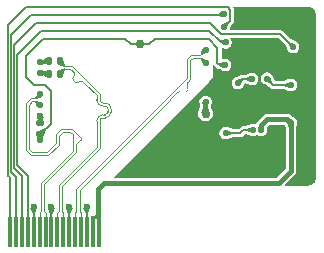
<source format=gbr>
%TF.GenerationSoftware,KiCad,Pcbnew,9.0.0*%
%TF.CreationDate,2025-07-16T00:49:38-07:00*%
%TF.ProjectId,microsd_express,6d696372-6f73-4645-9f65-787072657373,rev?*%
%TF.SameCoordinates,Original*%
%TF.FileFunction,Copper,L2,Bot*%
%TF.FilePolarity,Positive*%
%FSLAX46Y46*%
G04 Gerber Fmt 4.6, Leading zero omitted, Abs format (unit mm)*
G04 Created by KiCad (PCBNEW 9.0.0) date 2025-07-16 00:49:38*
%MOMM*%
%LPD*%
G01*
G04 APERTURE LIST*
G04 Aperture macros list*
%AMRoundRect*
0 Rectangle with rounded corners*
0 $1 Rounding radius*
0 $2 $3 $4 $5 $6 $7 $8 $9 X,Y pos of 4 corners*
0 Add a 4 corners polygon primitive as box body*
4,1,4,$2,$3,$4,$5,$6,$7,$8,$9,$2,$3,0*
0 Add four circle primitives for the rounded corners*
1,1,$1+$1,$2,$3*
1,1,$1+$1,$4,$5*
1,1,$1+$1,$6,$7*
1,1,$1+$1,$8,$9*
0 Add four rect primitives between the rounded corners*
20,1,$1+$1,$2,$3,$4,$5,0*
20,1,$1+$1,$4,$5,$6,$7,0*
20,1,$1+$1,$6,$7,$8,$9,0*
20,1,$1+$1,$8,$9,$2,$3,0*%
G04 Aperture macros list end*
%TA.AperFunction,SMDPad,CuDef*%
%ADD10R,0.350000X2.600000*%
%TD*%
%TA.AperFunction,SMDPad,CuDef*%
%ADD11RoundRect,0.140000X0.140000X0.170000X-0.140000X0.170000X-0.140000X-0.170000X0.140000X-0.170000X0*%
%TD*%
%TA.AperFunction,SMDPad,CuDef*%
%ADD12C,0.750000*%
%TD*%
%TA.AperFunction,SMDPad,CuDef*%
%ADD13RoundRect,0.140000X0.170000X-0.140000X0.170000X0.140000X-0.170000X0.140000X-0.170000X-0.140000X0*%
%TD*%
%TA.AperFunction,ViaPad*%
%ADD14C,0.550000*%
%TD*%
%TA.AperFunction,ViaPad*%
%ADD15C,0.600000*%
%TD*%
%TA.AperFunction,Conductor*%
%ADD16C,0.200000*%
%TD*%
%TA.AperFunction,Conductor*%
%ADD17C,0.400000*%
%TD*%
%TA.AperFunction,Conductor*%
%ADD18C,0.121920*%
%TD*%
%TA.AperFunction,Conductor*%
%ADD19C,0.127000*%
%TD*%
G04 APERTURE END LIST*
D10*
%TO.P,J2,1,Pin_1*%
%TO.N,+5V*%
X111500000Y-81100000D03*
%TO.P,J2,2,Pin_2*%
X111000000Y-81100000D03*
%TO.P,J2,3,Pin_3*%
%TO.N,GND*%
X110500000Y-81100000D03*
%TO.P,J2,4,Pin_4*%
%TO.N,/PCIE_CLK_P*%
X110000000Y-81100000D03*
%TO.P,J2,5,Pin_5*%
%TO.N,/PCIE_CLK_N*%
X109500000Y-81100000D03*
%TO.P,J2,6,Pin_6*%
%TO.N,GND*%
X109000000Y-81100000D03*
%TO.P,J2,7,Pin_7*%
%TO.N,/PCIE_RX_P*%
X108500000Y-81100000D03*
%TO.P,J2,8,Pin_8*%
%TO.N,/PCIE_RX_N*%
X108000000Y-81100000D03*
%TO.P,J2,9,Pin_9*%
%TO.N,GND*%
X107500000Y-81100000D03*
%TO.P,J2,10,Pin_10*%
%TO.N,/PCIE_TX_P*%
X107000000Y-81100000D03*
%TO.P,J2,11,Pin_11*%
%TO.N,/PCIE_TX_N*%
X106500000Y-81100000D03*
%TO.P,J2,12,Pin_12*%
%TO.N,GND*%
X106000000Y-81100000D03*
%TO.P,J2,13,Pin_13*%
%TO.N,/PCIE_PWR_EN*%
X105500000Y-81100000D03*
%TO.P,J2,14,Pin_14*%
%TO.N,/PCIE_DET_WAKE*%
X105000000Y-81100000D03*
%TO.P,J2,15,Pin_15*%
%TO.N,/PCIE_CLKREQ_N*%
X104500000Y-81100000D03*
%TO.P,J2,16,Pin_16*%
%TO.N,/PCIE_RST_B*%
X104000000Y-81100000D03*
%TD*%
D11*
%TO.P,C4,1*%
%TO.N,/PCIE_RX_P*%
X108225718Y-66648878D03*
%TO.P,C4,2*%
%TO.N,Net-(C4-Pad2)*%
X107265718Y-66648878D03*
%TD*%
D12*
%TO.P,TP1,1,1*%
%TO.N,+1V8*%
X115000000Y-65250000D03*
%TD*%
D11*
%TO.P,C8,1*%
%TO.N,/PCIE_RX_N*%
X108230000Y-67766472D03*
%TO.P,C8,2*%
%TO.N,Net-(C8-Pad2)*%
X107270000Y-67766472D03*
%TD*%
D12*
%TO.P,TP2,1,1*%
%TO.N,+3V3*%
X120550000Y-71110000D03*
%TD*%
D13*
%TO.P,C10,1*%
%TO.N,+1V8*%
X106550000Y-72837274D03*
%TO.P,C10,2*%
%TO.N,GND*%
X106550000Y-71877274D03*
%TD*%
D14*
%TO.N,+3V3*%
X120549293Y-70110707D03*
%TO.N,GND*%
X126495371Y-72407435D03*
X126300000Y-70287680D03*
D15*
X109000000Y-79050000D03*
D14*
X127778443Y-70922981D03*
X123637369Y-73774427D03*
X127763877Y-69630167D03*
X123633339Y-74777966D03*
X127972330Y-64455846D03*
X122323996Y-68519600D03*
X116000000Y-74000000D03*
X122333808Y-71487046D03*
D15*
X107500000Y-79050000D03*
D14*
X124700000Y-70287680D03*
X121494974Y-67944175D03*
X114500000Y-75500000D03*
X123544304Y-65839034D03*
X117500000Y-72500000D03*
X128541220Y-68069006D03*
D15*
X106550000Y-71310000D03*
D14*
X119000000Y-71000000D03*
X122254803Y-66103005D03*
D15*
X110500000Y-79050000D03*
X106000000Y-79050000D03*
D14*
X123540396Y-66851272D03*
%TO.N,+1V8*%
X122200000Y-67000000D03*
X106550000Y-73370000D03*
%TO.N,+5V*%
X127778443Y-71882981D03*
X125250000Y-72500000D03*
X125750122Y-68145335D03*
X127763877Y-68670167D03*
%TO.N,/PCIE_CLK_P*%
X120550000Y-66810000D03*
%TO.N,/PCIE_TX_N*%
X106550000Y-69490000D03*
%TO.N,/PCIE_CLK_N*%
X120550000Y-65710000D03*
%TO.N,/ENABLE_1V8*%
X123283996Y-68519600D03*
X124500000Y-68174768D03*
%TO.N,/PCIE_TX_P*%
X106550000Y-70400000D03*
%TO.N,/PCIE_DET_WAKE*%
X127972330Y-65475846D03*
%TO.N,/PCIE_RST_B*%
X122118556Y-63750000D03*
%TO.N,/PCIE_PWR_EN*%
X122250000Y-72750000D03*
X122254803Y-65083005D03*
X124574997Y-72500000D03*
%TO.N,/PCIE_CLKREQ_N*%
X122108755Y-62676787D03*
%TO.N,Net-(C4-Pad2)*%
X106550000Y-66760000D03*
%TO.N,Net-(C8-Pad2)*%
X106550000Y-67670000D03*
%TD*%
D16*
%TO.N,+3V3*%
X120550000Y-70111414D02*
X120549293Y-70110707D01*
X120550000Y-71110000D02*
X120550000Y-70111414D01*
%TO.N,GND*%
X106000000Y-80500000D02*
X106000000Y-79050000D01*
X106550000Y-71877274D02*
X106550000Y-71310000D01*
X110500000Y-80500000D02*
X110500000Y-79050000D01*
X109000000Y-80500000D02*
X109000000Y-79050000D01*
X107500000Y-80500000D02*
X107500000Y-79050000D01*
%TO.N,+1V8*%
X114250000Y-65250000D02*
X113765231Y-64765231D01*
X121556158Y-66813263D02*
X121556158Y-65514322D01*
X115750000Y-65250000D02*
X114250000Y-65250000D01*
X105353613Y-66219610D02*
X105353613Y-67996962D01*
X113765231Y-64765231D02*
X106807992Y-64765231D01*
X106066972Y-68710321D02*
X106960321Y-68710321D01*
X106960321Y-68710321D02*
X107433235Y-69183235D01*
X106520000Y-73340000D02*
X106550000Y-73370000D01*
X121556158Y-65514322D02*
X120807067Y-64765231D01*
X122200000Y-67000000D02*
X121742895Y-67000000D01*
X107433235Y-71954039D02*
X106550000Y-72837274D01*
X116234769Y-64765231D02*
X115750000Y-65250000D01*
X105353613Y-67996962D02*
X106066972Y-68710321D01*
X107433235Y-69183235D02*
X107433235Y-71954039D01*
X106807992Y-64765231D02*
X105353613Y-66219610D01*
X120807067Y-64765231D02*
X116234769Y-64765231D01*
X106550000Y-72837274D02*
X106550000Y-73370000D01*
X121742895Y-67000000D02*
X121556158Y-66813263D01*
%TO.N,+5V*%
X125750122Y-68145335D02*
X126274954Y-68670167D01*
D17*
X127484128Y-71588666D02*
X125750122Y-71588666D01*
X127778443Y-71882981D02*
X127778443Y-75997110D01*
X125250000Y-72088788D02*
X125250000Y-72500000D01*
X126783368Y-76992185D02*
X111962383Y-76992185D01*
X111472136Y-77482432D02*
X111472136Y-79500000D01*
X125750122Y-71588666D02*
X125250000Y-72088788D01*
X127778443Y-75997110D02*
X126783368Y-76992185D01*
X111962383Y-76992185D02*
X111472136Y-77482432D01*
X127778443Y-71882981D02*
X127484128Y-71588666D01*
D16*
X126274954Y-68670167D02*
X127763877Y-68670167D01*
D18*
%TO.N,/PCIE_CLK_P*%
X119271922Y-67750000D02*
X119271922Y-68193388D01*
X119033913Y-69015587D02*
X118852245Y-69197256D01*
X119271922Y-68193388D02*
X119033913Y-68431397D01*
X109887172Y-78073344D02*
X109886906Y-78073610D01*
X118268057Y-69197255D02*
X118086389Y-69378922D01*
X120164768Y-66424768D02*
X119455146Y-66424768D01*
X117577271Y-69888038D02*
X117538165Y-69927145D01*
X109887172Y-77580562D02*
X109887172Y-78073344D01*
X109886906Y-78073610D02*
X109886906Y-79378968D01*
X120550000Y-66810000D02*
X120164768Y-66424768D01*
X110000000Y-79492062D02*
X110000000Y-80500000D01*
X118086389Y-69378922D02*
X117577271Y-69888038D01*
X117538165Y-69927145D02*
X109885960Y-77579350D01*
X119455146Y-66424768D02*
X119271921Y-66607993D01*
X109886906Y-79378968D02*
X110000000Y-79492062D01*
X109885960Y-77579350D02*
X109887172Y-77580562D01*
X119271921Y-66607993D02*
X119271921Y-67749999D01*
X119271921Y-67749999D02*
X119271922Y-67750000D01*
X118852245Y-69197256D02*
G75*
G02*
X118560152Y-69197254I-146045J146056D01*
G01*
X119033912Y-68723493D02*
G75*
G02*
X119033873Y-69015546I-146012J-146007D01*
G01*
X118560151Y-69197255D02*
G75*
G03*
X118268057Y-69197255I-146047J-146046D01*
G01*
X119033913Y-68431397D02*
G75*
G03*
X119033957Y-68723448I146087J-146003D01*
G01*
%TO.N,/PCIE_TX_N*%
X105751404Y-74635960D02*
X107245526Y-74635960D01*
X105307128Y-70250594D02*
X105307128Y-74191684D01*
X108135960Y-72967708D02*
X108458872Y-72644796D01*
X106230960Y-69809040D02*
X105748682Y-69809040D01*
X109313025Y-72854731D02*
X109313025Y-74263458D01*
X106550000Y-69490000D02*
X106230960Y-69809040D01*
X105307128Y-74191684D02*
X105751404Y-74635960D01*
X109103090Y-72644796D02*
X109313025Y-72854731D01*
X106614040Y-79333416D02*
X106499999Y-79447457D01*
X106499999Y-79447457D02*
X106499999Y-79497065D01*
X106614040Y-76962443D02*
X106614040Y-79333416D01*
X106499999Y-79497065D02*
X106500000Y-79497066D01*
X108135960Y-73745526D02*
X108135960Y-72967708D01*
X106500000Y-79497066D02*
X106500000Y-80500000D01*
X108458872Y-72644796D02*
X109103090Y-72644796D01*
X109313025Y-74263458D02*
X106614040Y-76962443D01*
X107245526Y-74635960D02*
X108135960Y-73745526D01*
X105748682Y-69809040D02*
X105307128Y-70250594D01*
%TO.N,/PCIE_CLK_N*%
X119000000Y-66564656D02*
X119000000Y-66500000D01*
X119000000Y-67750000D02*
X119000001Y-67749999D01*
X119000000Y-66500000D02*
X119326959Y-66173041D01*
X119000001Y-66564657D02*
X119000000Y-66564656D01*
X119000000Y-68080754D02*
X119000000Y-67750000D01*
X119000001Y-67749999D02*
X119000001Y-66564657D01*
X109614040Y-79385960D02*
X109614040Y-77466714D01*
X109500000Y-79500000D02*
X109614040Y-79385960D01*
X120086959Y-66173041D02*
X120550000Y-65710000D01*
X119326959Y-66173041D02*
X120086959Y-66173041D01*
X109500000Y-80500000D02*
X109500000Y-79500000D01*
X109614040Y-77466714D02*
X119000000Y-68080754D01*
%TO.N,/PCIE_RX_P*%
X112556858Y-70733722D02*
X112556858Y-70933722D01*
X108385960Y-79376548D02*
X108500000Y-79490588D01*
X111599749Y-71933722D02*
X111599749Y-72790179D01*
X108500000Y-79490588D02*
X108500000Y-80500000D01*
X109213638Y-67073856D02*
X111599749Y-69459967D01*
X111599749Y-73992295D02*
X108385960Y-77206084D01*
X108650696Y-67073856D02*
X109213638Y-67073856D01*
X111599749Y-71733722D02*
X111599749Y-71933722D01*
X108225718Y-66648878D02*
X108650696Y-67073856D01*
X108500000Y-80500000D02*
X108500000Y-80384553D01*
X112020898Y-71469682D02*
X111863789Y-71469682D01*
X111863789Y-70197762D02*
X112020898Y-70197762D01*
X111599749Y-69459967D02*
X111599749Y-69933722D01*
X111599749Y-72790179D02*
X111599749Y-73992295D01*
X108385960Y-77206084D02*
X108385960Y-79376548D01*
X111863789Y-71469682D02*
G75*
G03*
X111599782Y-71733722I11J-264018D01*
G01*
X111599749Y-69933722D02*
G75*
G03*
X111863789Y-70197751I264051J22D01*
G01*
X112020898Y-70197762D02*
G75*
G02*
X112556838Y-70733722I2J-535938D01*
G01*
X112556858Y-70933722D02*
G75*
G02*
X112020898Y-71469658I-535958J22D01*
G01*
D19*
%TO.N,/ENABLE_1V8*%
X124500000Y-68174768D02*
X123628828Y-68174768D01*
X123628828Y-68174768D02*
X123283996Y-68519600D01*
D18*
%TO.N,/PCIE_TX_P*%
X106550000Y-70400000D02*
X106230960Y-70080960D01*
X107000000Y-79486566D02*
X107000000Y-80500000D01*
X107864040Y-73632890D02*
X107864040Y-72855072D01*
X109104112Y-74856926D02*
X108967158Y-74993881D01*
X106886897Y-77074142D02*
X106886897Y-79373463D01*
X109584945Y-73767449D02*
X109584945Y-74002095D01*
X109215726Y-72372876D02*
X109584945Y-72742095D01*
X105864040Y-74364040D02*
X107132890Y-74364040D01*
X105861318Y-70080960D02*
X105579048Y-70363230D01*
X109584945Y-74002095D02*
X109584945Y-74376094D01*
X105579048Y-70363230D02*
X105579048Y-74079048D01*
X107132890Y-74364040D02*
X107864040Y-73632890D01*
X109980299Y-73137449D02*
X109980299Y-73372095D01*
X108346236Y-72372876D02*
X108975131Y-72372876D01*
X106886897Y-79373463D02*
X107000000Y-79486566D01*
X108975131Y-72372876D02*
X109215726Y-72372876D01*
X106230960Y-70080960D02*
X105861318Y-70080960D01*
X107864040Y-72855072D02*
X108346236Y-72372876D01*
X105579048Y-74079048D02*
X105864040Y-74364040D01*
X109584945Y-74376094D02*
X109104112Y-74856926D01*
X108967158Y-74993881D02*
X106886897Y-77074142D01*
X109584945Y-72742095D02*
G75*
G03*
X109782622Y-72939755I197655J-5D01*
G01*
X109782622Y-72939772D02*
G75*
G02*
X109980228Y-73137449I-22J-197628D01*
G01*
X109782622Y-73569772D02*
G75*
G03*
X109584972Y-73767449I-22J-197628D01*
G01*
X109980299Y-73372095D02*
G75*
G02*
X109782622Y-73569799I-197699J-5D01*
G01*
%TO.N,/PCIE_RX_N*%
X112020898Y-71197762D02*
X111863789Y-71197762D01*
X108114040Y-77114838D02*
X108114040Y-79397075D01*
X108230000Y-67766472D02*
X108650696Y-67345776D01*
X111863789Y-70469682D02*
X112020898Y-70469682D01*
X108114040Y-79397075D02*
X108000000Y-79511115D01*
X111327829Y-71933722D02*
X111327829Y-72790179D01*
X112284938Y-70733722D02*
X112284938Y-70933722D01*
X108000000Y-79511115D02*
X108000000Y-80500000D01*
X110184472Y-68429245D02*
X110282709Y-68527483D01*
X110377613Y-68622387D02*
X111327829Y-69572603D01*
X109377613Y-68331009D02*
X109475849Y-68429245D01*
X108650696Y-67345776D02*
X109101002Y-67345776D01*
X109101002Y-67345776D02*
X109377613Y-67622387D01*
X111327829Y-71733722D02*
X111327829Y-71933722D01*
X111327829Y-69572603D02*
X111327829Y-69933722D01*
X111327829Y-73901049D02*
X108114040Y-77114838D01*
X110282709Y-68527483D02*
X110377613Y-68622387D01*
X111327829Y-72790179D02*
X111327829Y-73901049D01*
X112284938Y-70933722D02*
G75*
G02*
X112020898Y-71197738I-264038J22D01*
G01*
X109377613Y-67976698D02*
G75*
G03*
X109377566Y-68331055I177187J-177202D01*
G01*
X111863789Y-71197762D02*
G75*
G03*
X111327862Y-71733722I11J-535938D01*
G01*
X109475849Y-68429245D02*
G75*
G03*
X109830161Y-68429245I177156J177157D01*
G01*
X111327829Y-69933722D02*
G75*
G03*
X111863789Y-70469671I535971J22D01*
G01*
X112020898Y-70469682D02*
G75*
G02*
X112284918Y-70733722I2J-264018D01*
G01*
X109830161Y-68429245D02*
G75*
G02*
X110184472Y-68429244I177156J-177156D01*
G01*
X109377613Y-67622387D02*
G75*
G02*
X109377571Y-67976655I-177113J-177113D01*
G01*
D19*
%TO.N,/PCIE_DET_WAKE*%
X120931398Y-63456187D02*
X106166041Y-63456187D01*
X121828497Y-64353286D02*
X120931398Y-63456187D01*
X106166041Y-63456187D02*
X104320500Y-65301728D01*
X104320500Y-65301728D02*
X104320500Y-75748060D01*
X105000000Y-76427559D02*
X105000000Y-80500000D01*
X127972330Y-65475846D02*
X126849770Y-64353286D01*
X126849770Y-64353286D02*
X121828497Y-64353286D01*
X104320500Y-75748060D02*
X105000000Y-76427559D01*
%TO.N,/PCIE_RST_B*%
X103864500Y-76364500D02*
X104000000Y-76500000D01*
X103864500Y-63635500D02*
X103864500Y-76364500D01*
X122118556Y-63750000D02*
X122632879Y-63235677D01*
X122439059Y-62114500D02*
X105385500Y-62114500D01*
X104000000Y-76500000D02*
X104000000Y-80500000D01*
X122632879Y-62308320D02*
X122439059Y-62114500D01*
X122632879Y-63235677D02*
X122632879Y-62308320D01*
X105385500Y-62114500D02*
X103864500Y-63635500D01*
D16*
%TO.N,/PCIE_PWR_EN*%
X123500000Y-72750000D02*
X123750000Y-72500000D01*
D19*
X104548500Y-66138486D02*
X104548500Y-75421002D01*
X121857505Y-65083005D02*
X120872693Y-64098193D01*
D16*
X122250000Y-72750000D02*
X123500000Y-72750000D01*
D19*
X106588793Y-64098193D02*
X104548500Y-66138486D01*
D16*
X123750000Y-72500000D02*
X124574997Y-72500000D01*
D19*
X120872693Y-64098193D02*
X106588793Y-64098193D01*
X122254803Y-65083005D02*
X121857505Y-65083005D01*
X104548500Y-75421002D02*
X105500000Y-76372502D01*
X105500000Y-76372502D02*
X105500000Y-80500000D01*
%TO.N,/PCIE_CLKREQ_N*%
X104500000Y-76460319D02*
X104092500Y-76052819D01*
X104092500Y-64461238D02*
X105788852Y-62764886D01*
X105788852Y-62764886D02*
X122020656Y-62764886D01*
X104092500Y-76052819D02*
X104092500Y-64461238D01*
X104500000Y-80500000D02*
X104500000Y-76460319D01*
X122020656Y-62764886D02*
X122108755Y-62676787D01*
D16*
%TO.N,Net-(C4-Pad2)*%
X106661122Y-66648878D02*
X106550000Y-66760000D01*
D19*
X106550000Y-66760000D02*
X107154596Y-66760000D01*
X107154596Y-66760000D02*
X107265718Y-66648878D01*
X106661122Y-66871122D02*
X106661122Y-66648878D01*
%TO.N,Net-(C8-Pad2)*%
X107173528Y-67670000D02*
X107270000Y-67766472D01*
X106550000Y-67670000D02*
X107173528Y-67670000D01*
%TD*%
%TA.AperFunction,Conductor*%
%TO.N,GND*%
G36*
X129202396Y-62050736D02*
G01*
X129331672Y-62063468D01*
X129341075Y-62065339D01*
X129463072Y-62102346D01*
X129471939Y-62106018D01*
X129523235Y-62133437D01*
X129584364Y-62166112D01*
X129592350Y-62171449D01*
X129690889Y-62252318D01*
X129697681Y-62259110D01*
X129778550Y-62357649D01*
X129783887Y-62365635D01*
X129843979Y-62478057D01*
X129847655Y-62486932D01*
X129884658Y-62608915D01*
X129886532Y-62618336D01*
X129899264Y-62747603D01*
X129899500Y-62752406D01*
X129899500Y-76497593D01*
X129899264Y-76502396D01*
X129886532Y-76631663D01*
X129884658Y-76641084D01*
X129847655Y-76763067D01*
X129843979Y-76771942D01*
X129783887Y-76884364D01*
X129778550Y-76892350D01*
X129697681Y-76990889D01*
X129690889Y-76997681D01*
X129592350Y-77078550D01*
X129584364Y-77083887D01*
X129471942Y-77143979D01*
X129463067Y-77147655D01*
X129341084Y-77184658D01*
X129331663Y-77186532D01*
X129202396Y-77199264D01*
X129197593Y-77199500D01*
X127331452Y-77199500D01*
X127296804Y-77185148D01*
X127282452Y-77150500D01*
X127296804Y-77115852D01*
X127649589Y-76763067D01*
X128138933Y-76273723D01*
X128198242Y-76170996D01*
X128213632Y-76113559D01*
X128228943Y-76056419D01*
X128228943Y-72472988D01*
X128231704Y-72456771D01*
X128232833Y-72453555D01*
X128299571Y-71983465D01*
X128299345Y-71977911D01*
X128300975Y-71963239D01*
X128303943Y-71952164D01*
X128303943Y-71813795D01*
X128303942Y-71813794D01*
X128282963Y-71735500D01*
X128268131Y-71680145D01*
X128268130Y-71680144D01*
X128268130Y-71680142D01*
X128198947Y-71560315D01*
X128101108Y-71462476D01*
X128044370Y-71429718D01*
X128042132Y-71428426D01*
X128025901Y-71416623D01*
X128004896Y-71406928D01*
X127981279Y-71393293D01*
X127981275Y-71393291D01*
X127971198Y-71390591D01*
X127963347Y-71387751D01*
X127891365Y-71354528D01*
X127877251Y-71344686D01*
X127760742Y-71228177D01*
X127658016Y-71168867D01*
X127658014Y-71168866D01*
X127633801Y-71162379D01*
X127603679Y-71154308D01*
X127543439Y-71138166D01*
X127543437Y-71138166D01*
X125690813Y-71138166D01*
X125690810Y-71138166D01*
X125576237Y-71168866D01*
X125576234Y-71168867D01*
X125544730Y-71187057D01*
X125473507Y-71228177D01*
X125473507Y-71228178D01*
X124889512Y-71812173D01*
X124889511Y-71812173D01*
X124830201Y-71914899D01*
X124830201Y-71914902D01*
X124815521Y-71969683D01*
X124792690Y-71999436D01*
X124755509Y-72004330D01*
X124755508Y-72004329D01*
X124755508Y-72004330D01*
X124755507Y-72004329D01*
X124644183Y-71974500D01*
X124644180Y-71974500D01*
X124505814Y-71974500D01*
X124505811Y-71974500D01*
X124450582Y-71989298D01*
X124447599Y-71990096D01*
X124425254Y-71993165D01*
X124387664Y-72006155D01*
X124385982Y-72006606D01*
X124385962Y-72006613D01*
X124372162Y-72010311D01*
X124372161Y-72010311D01*
X124371030Y-72010965D01*
X124362542Y-72014838D01*
X123980682Y-72146812D01*
X123964676Y-72149500D01*
X123703853Y-72149500D01*
X123614713Y-72173385D01*
X123614710Y-72173386D01*
X123534794Y-72219527D01*
X123534783Y-72219534D01*
X123369170Y-72385148D01*
X123334522Y-72399500D01*
X122860319Y-72399500D01*
X122844313Y-72396812D01*
X122462457Y-72264838D01*
X122462457Y-72264839D01*
X122458024Y-72263307D01*
X122452836Y-72260312D01*
X122437353Y-72256163D01*
X122416129Y-72248828D01*
X122399747Y-72243166D01*
X122397767Y-72242554D01*
X122383477Y-72238143D01*
X122383218Y-72238072D01*
X122381971Y-72237732D01*
X122365515Y-72233827D01*
X122365509Y-72233826D01*
X122360197Y-72233808D01*
X122347689Y-72232138D01*
X122319185Y-72224500D01*
X122319183Y-72224500D01*
X122180817Y-72224500D01*
X122180814Y-72224500D01*
X122047165Y-72260311D01*
X122047161Y-72260312D01*
X121927334Y-72329495D01*
X121927334Y-72329496D01*
X121829496Y-72427334D01*
X121829495Y-72427334D01*
X121760312Y-72547161D01*
X121760311Y-72547165D01*
X121724500Y-72680813D01*
X121724500Y-72819186D01*
X121760311Y-72952834D01*
X121760312Y-72952838D01*
X121827561Y-73069316D01*
X121829495Y-73072665D01*
X121927335Y-73170505D01*
X121971194Y-73195827D01*
X122047161Y-73239687D01*
X122047163Y-73239687D01*
X122047164Y-73239688D01*
X122125575Y-73260698D01*
X122180813Y-73275499D01*
X122180814Y-73275500D01*
X122180817Y-73275500D01*
X122319185Y-73275500D01*
X122359768Y-73264624D01*
X122374422Y-73260698D01*
X122377397Y-73259900D01*
X122399743Y-73256834D01*
X122437335Y-73243840D01*
X122439022Y-73243389D01*
X122439025Y-73243388D01*
X122452829Y-73239690D01*
X122452829Y-73239689D01*
X122452836Y-73239688D01*
X122453969Y-73239033D01*
X122462448Y-73235162D01*
X122844310Y-73103187D01*
X122860316Y-73100500D01*
X123546146Y-73100500D01*
X123600698Y-73085882D01*
X123635288Y-73076614D01*
X123647927Y-73069317D01*
X123715212Y-73030470D01*
X123880829Y-72864851D01*
X123915477Y-72850500D01*
X123964680Y-72850500D01*
X123980685Y-72853187D01*
X124362544Y-72985160D01*
X124371025Y-72989032D01*
X124372161Y-72989688D01*
X124385984Y-72993391D01*
X124389276Y-72994399D01*
X124425253Y-73006834D01*
X124441458Y-73011839D01*
X124442957Y-73012248D01*
X124442969Y-73012251D01*
X124442977Y-73012253D01*
X124448328Y-73013523D01*
X124459486Y-73016172D01*
X124464791Y-73016190D01*
X124477303Y-73017859D01*
X124505814Y-73025500D01*
X124505815Y-73025500D01*
X124644183Y-73025500D01*
X124644183Y-73025499D01*
X124777833Y-72989688D01*
X124887999Y-72926083D01*
X124925180Y-72921189D01*
X124936998Y-72926084D01*
X125047161Y-72989687D01*
X125047163Y-72989687D01*
X125047164Y-72989688D01*
X125146004Y-73016172D01*
X125180813Y-73025499D01*
X125180814Y-73025500D01*
X125180817Y-73025500D01*
X125319186Y-73025500D01*
X125319186Y-73025499D01*
X125452836Y-72989688D01*
X125572665Y-72920505D01*
X125670505Y-72822665D01*
X125739688Y-72702836D01*
X125775499Y-72569186D01*
X125775500Y-72569186D01*
X125775500Y-72430815D01*
X125774006Y-72425241D01*
X125772711Y-72410404D01*
X125772573Y-72410406D01*
X125772553Y-72408598D01*
X125772524Y-72408256D01*
X125772547Y-72407995D01*
X125754956Y-72246832D01*
X125765464Y-72210834D01*
X125769009Y-72206880D01*
X125922373Y-72053518D01*
X125957021Y-72039166D01*
X127203711Y-72039166D01*
X127206569Y-72040350D01*
X127209549Y-72039515D01*
X127223536Y-72047378D01*
X127238359Y-72053518D01*
X127242241Y-72057893D01*
X127265400Y-72087368D01*
X127275383Y-72110753D01*
X127324051Y-72453549D01*
X127324051Y-72453550D01*
X127324053Y-72453555D01*
X127325723Y-72458914D01*
X127327943Y-72473494D01*
X127327943Y-75790211D01*
X127313591Y-75824859D01*
X126611117Y-76527333D01*
X126576469Y-76541685D01*
X112826611Y-76541685D01*
X112791963Y-76527333D01*
X112777611Y-76492685D01*
X112791963Y-76458037D01*
X118201606Y-71048394D01*
X119924500Y-71048394D01*
X119924500Y-71171606D01*
X119935753Y-71228178D01*
X119948536Y-71292449D01*
X119948539Y-71292459D01*
X119995686Y-71406280D01*
X119995687Y-71406282D01*
X119995689Y-71406286D01*
X120064142Y-71508733D01*
X120151267Y-71595858D01*
X120253714Y-71664311D01*
X120253719Y-71664313D01*
X120367540Y-71711460D01*
X120367542Y-71711460D01*
X120367548Y-71711463D01*
X120488394Y-71735500D01*
X120488397Y-71735500D01*
X120611603Y-71735500D01*
X120611606Y-71735500D01*
X120732452Y-71711463D01*
X120846286Y-71664311D01*
X120948733Y-71595858D01*
X121035858Y-71508733D01*
X121104311Y-71406286D01*
X121151463Y-71292452D01*
X121175500Y-71171606D01*
X121175500Y-71048394D01*
X121151463Y-70927548D01*
X121104311Y-70813714D01*
X121104308Y-70813710D01*
X121103306Y-70811834D01*
X121101024Y-70806932D01*
X120982582Y-70510760D01*
X120981746Y-70476620D01*
X121036235Y-70318297D01*
X121038981Y-70313543D01*
X121042878Y-70298997D01*
X121056256Y-70260128D01*
X121061203Y-70244052D01*
X121061607Y-70242567D01*
X121065482Y-70226220D01*
X121065500Y-70220845D01*
X121067169Y-70208341D01*
X121074793Y-70179890D01*
X121074793Y-70041524D01*
X121074793Y-70041521D01*
X121074792Y-70041520D01*
X121038981Y-69907872D01*
X121038980Y-69907868D01*
X120969797Y-69788041D01*
X120871958Y-69690202D01*
X120752131Y-69621019D01*
X120752127Y-69621018D01*
X120618479Y-69585207D01*
X120618476Y-69585207D01*
X120480110Y-69585207D01*
X120480107Y-69585207D01*
X120346458Y-69621018D01*
X120346454Y-69621019D01*
X120226627Y-69690202D01*
X120226627Y-69690203D01*
X120128789Y-69788041D01*
X120128788Y-69788041D01*
X120059605Y-69907868D01*
X120059604Y-69907872D01*
X120023793Y-70041520D01*
X120023793Y-70179893D01*
X120038717Y-70235591D01*
X120039506Y-70238534D01*
X120042588Y-70260770D01*
X120055205Y-70297128D01*
X120055665Y-70298844D01*
X120055666Y-70298846D01*
X120059605Y-70313543D01*
X120060530Y-70315146D01*
X120064384Y-70323576D01*
X120117806Y-70477510D01*
X120117011Y-70511770D01*
X119998970Y-70806940D01*
X119996696Y-70811827D01*
X119995691Y-70813707D01*
X119948536Y-70927549D01*
X119948535Y-70927553D01*
X119946355Y-70938513D01*
X119944581Y-70945039D01*
X119942512Y-70950991D01*
X119942508Y-70951003D01*
X119941913Y-70953005D01*
X119941908Y-70953024D01*
X119936355Y-70975326D01*
X119936331Y-70984213D01*
X119935437Y-70993167D01*
X119935460Y-70993279D01*
X119935398Y-70993603D01*
X119924500Y-71048394D01*
X118201606Y-71048394D01*
X120799587Y-68450413D01*
X122758496Y-68450413D01*
X122758496Y-68588786D01*
X122794307Y-68722434D01*
X122794308Y-68722438D01*
X122847933Y-68815318D01*
X122863491Y-68842265D01*
X122961331Y-68940105D01*
X122979568Y-68950634D01*
X123081157Y-69009287D01*
X123081159Y-69009287D01*
X123081160Y-69009288D01*
X123186567Y-69037531D01*
X123214809Y-69045099D01*
X123214810Y-69045100D01*
X123214813Y-69045100D01*
X123353182Y-69045100D01*
X123353182Y-69045099D01*
X123486832Y-69009288D01*
X123606661Y-68940105D01*
X123704501Y-68842265D01*
X123773684Y-68722436D01*
X123786134Y-68675968D01*
X123792265Y-68662131D01*
X123794964Y-68657941D01*
X123847596Y-68524541D01*
X123873663Y-68497579D01*
X123911161Y-68496945D01*
X123912144Y-68497346D01*
X124129136Y-68588783D01*
X124239123Y-68635130D01*
X124239130Y-68635132D01*
X124245631Y-68636797D01*
X124257976Y-68641830D01*
X124297164Y-68664456D01*
X124340169Y-68675979D01*
X124430813Y-68700267D01*
X124430814Y-68700268D01*
X124430817Y-68700268D01*
X124569186Y-68700268D01*
X124569186Y-68700267D01*
X124702836Y-68664456D01*
X124822665Y-68595273D01*
X124920505Y-68497433D01*
X124989688Y-68377604D01*
X125025499Y-68243954D01*
X125025500Y-68243954D01*
X125025500Y-68105582D01*
X125025499Y-68105581D01*
X125020152Y-68085622D01*
X125017613Y-68076148D01*
X125224622Y-68076148D01*
X125224622Y-68214521D01*
X125260433Y-68348169D01*
X125260434Y-68348173D01*
X125297607Y-68412557D01*
X125329617Y-68468000D01*
X125427457Y-68565840D01*
X125479655Y-68595976D01*
X125497619Y-68609604D01*
X125533389Y-68626999D01*
X125541737Y-68631819D01*
X125547283Y-68635022D01*
X125547285Y-68635022D01*
X125547286Y-68635023D01*
X125548547Y-68635360D01*
X125557293Y-68638625D01*
X125920623Y-68815318D01*
X125933840Y-68824735D01*
X126059742Y-68950637D01*
X126129040Y-68990646D01*
X126129041Y-68990647D01*
X126139663Y-68996780D01*
X126139669Y-68996782D01*
X126228806Y-69020666D01*
X126228807Y-69020667D01*
X126228810Y-69020667D01*
X126228811Y-69020667D01*
X126321098Y-69020667D01*
X127153560Y-69020667D01*
X127169565Y-69023354D01*
X127555849Y-69156857D01*
X127561041Y-69159855D01*
X127576531Y-69164005D01*
X127614133Y-69177001D01*
X127630338Y-69182006D01*
X127631837Y-69182415D01*
X127631849Y-69182418D01*
X127631857Y-69182420D01*
X127637208Y-69183690D01*
X127648366Y-69186339D01*
X127653671Y-69186357D01*
X127666183Y-69188026D01*
X127694694Y-69195667D01*
X127694695Y-69195667D01*
X127833063Y-69195667D01*
X127833063Y-69195666D01*
X127966713Y-69159855D01*
X128086542Y-69090672D01*
X128184382Y-68992832D01*
X128253565Y-68873003D01*
X128289376Y-68739353D01*
X128289377Y-68739353D01*
X128289377Y-68600981D01*
X128289376Y-68600980D01*
X128279959Y-68565837D01*
X128253565Y-68467331D01*
X128253564Y-68467330D01*
X128253564Y-68467328D01*
X128184381Y-68347501D01*
X128086542Y-68249662D01*
X127966715Y-68180479D01*
X127966711Y-68180478D01*
X127833063Y-68144667D01*
X127833060Y-68144667D01*
X127694694Y-68144667D01*
X127694691Y-68144667D01*
X127639462Y-68159465D01*
X127636479Y-68160263D01*
X127614134Y-68163332D01*
X127576544Y-68176322D01*
X127574862Y-68176773D01*
X127574842Y-68176780D01*
X127561042Y-68180478D01*
X127561041Y-68180478D01*
X127559910Y-68181132D01*
X127551422Y-68185005D01*
X127266672Y-68283416D01*
X127170193Y-68316761D01*
X127169562Y-68316979D01*
X127153556Y-68319667D01*
X126452626Y-68319667D01*
X126417978Y-68305315D01*
X126408561Y-68292097D01*
X126385147Y-68243951D01*
X126241362Y-67948291D01*
X126239810Y-67942499D01*
X126231786Y-67928602D01*
X126214391Y-67892832D01*
X126206406Y-67877721D01*
X126206397Y-67877706D01*
X126206389Y-67877690D01*
X126205642Y-67876383D01*
X126201617Y-67869857D01*
X126196800Y-67862042D01*
X126193057Y-67858272D01*
X126185393Y-67848247D01*
X126170631Y-67822676D01*
X126170628Y-67822673D01*
X126170627Y-67822670D01*
X126072787Y-67724830D01*
X126043855Y-67708126D01*
X125952960Y-67655647D01*
X125952956Y-67655646D01*
X125819308Y-67619835D01*
X125819305Y-67619835D01*
X125680939Y-67619835D01*
X125680936Y-67619835D01*
X125547287Y-67655646D01*
X125547283Y-67655647D01*
X125427456Y-67724830D01*
X125427456Y-67724831D01*
X125329618Y-67822669D01*
X125329617Y-67822669D01*
X125260434Y-67942496D01*
X125260433Y-67942500D01*
X125224622Y-68076148D01*
X125017613Y-68076148D01*
X124989688Y-67971933D01*
X124989687Y-67971929D01*
X124935295Y-67877721D01*
X124920505Y-67852103D01*
X124822665Y-67754263D01*
X124702838Y-67685080D01*
X124702834Y-67685079D01*
X124569186Y-67649268D01*
X124569183Y-67649268D01*
X124430817Y-67649268D01*
X124430814Y-67649268D01*
X124297168Y-67685078D01*
X124297160Y-67685081D01*
X124257243Y-67708126D01*
X124242608Y-67713687D01*
X124239135Y-67714400D01*
X124239126Y-67714403D01*
X123900908Y-67856923D01*
X123881881Y-67860768D01*
X123587487Y-67860768D01*
X123533654Y-67875193D01*
X123533651Y-67875194D01*
X123529252Y-67876373D01*
X123507628Y-67882167D01*
X123451272Y-67914702D01*
X123449580Y-67915514D01*
X123448764Y-67915558D01*
X123442656Y-67918210D01*
X123166060Y-68002377D01*
X123150194Y-68010358D01*
X123140859Y-68013914D01*
X123081161Y-68029911D01*
X123081157Y-68029912D01*
X122961330Y-68099095D01*
X122961330Y-68099096D01*
X122863492Y-68196934D01*
X122863491Y-68196934D01*
X122794308Y-68316761D01*
X122794307Y-68316765D01*
X122758496Y-68450413D01*
X120799587Y-68450413D01*
X120837443Y-68412557D01*
X120957903Y-68292097D01*
X121150000Y-68100000D01*
X121150000Y-66993646D01*
X121164352Y-66958998D01*
X121199000Y-66944646D01*
X121233648Y-66958998D01*
X121241432Y-66969143D01*
X121275688Y-67028475D01*
X121527683Y-67280470D01*
X121596981Y-67320479D01*
X121596982Y-67320480D01*
X121607604Y-67326613D01*
X121607610Y-67326615D01*
X121696747Y-67350499D01*
X121696748Y-67350500D01*
X121696751Y-67350500D01*
X121709320Y-67350500D01*
X121731346Y-67355729D01*
X121923161Y-67452252D01*
X121937801Y-67456804D01*
X121947748Y-67461158D01*
X121997164Y-67489688D01*
X121997168Y-67489689D01*
X122130813Y-67525499D01*
X122130814Y-67525500D01*
X122130817Y-67525500D01*
X122269186Y-67525500D01*
X122269186Y-67525499D01*
X122402836Y-67489688D01*
X122402840Y-67489686D01*
X122418891Y-67480418D01*
X122522665Y-67420505D01*
X122620505Y-67322665D01*
X122689688Y-67202836D01*
X122725499Y-67069186D01*
X122725500Y-67069186D01*
X122725500Y-66930814D01*
X122725499Y-66930813D01*
X122689688Y-66797165D01*
X122689687Y-66797161D01*
X122620504Y-66677334D01*
X122522665Y-66579495D01*
X122402838Y-66510312D01*
X122402834Y-66510311D01*
X122269186Y-66474500D01*
X122269183Y-66474500D01*
X122130817Y-66474500D01*
X122130816Y-66474500D01*
X122075014Y-66489451D01*
X122075013Y-66489450D01*
X122072068Y-66490238D01*
X122049873Y-66493319D01*
X122013682Y-66505885D01*
X122011964Y-66506346D01*
X121997164Y-66510312D01*
X121997160Y-66510313D01*
X121995502Y-66511271D01*
X121987075Y-66515124D01*
X121971730Y-66520452D01*
X121934291Y-66518259D01*
X121909369Y-66490235D01*
X121906658Y-66474163D01*
X121906658Y-65573669D01*
X121921010Y-65539021D01*
X121955658Y-65524669D01*
X121980158Y-65531234D01*
X122051964Y-65572692D01*
X122051966Y-65572692D01*
X122051967Y-65572693D01*
X122055610Y-65573669D01*
X122185616Y-65608504D01*
X122185617Y-65608505D01*
X122185620Y-65608505D01*
X122323989Y-65608505D01*
X122323989Y-65608504D01*
X122457639Y-65572693D01*
X122577468Y-65503510D01*
X122675308Y-65405670D01*
X122744491Y-65285841D01*
X122780302Y-65152191D01*
X122780303Y-65152191D01*
X122780303Y-65013819D01*
X122780302Y-65013818D01*
X122744491Y-64880170D01*
X122744490Y-64880166D01*
X122675307Y-64760339D01*
X122665902Y-64750934D01*
X122651550Y-64716286D01*
X122665902Y-64681638D01*
X122700550Y-64667286D01*
X126699411Y-64667286D01*
X126734059Y-64681638D01*
X127313222Y-65260801D01*
X127323958Y-65276974D01*
X127462336Y-65616902D01*
X127462344Y-65616918D01*
X127465763Y-65622693D01*
X127470929Y-65634973D01*
X127482641Y-65678680D01*
X127482642Y-65678684D01*
X127551825Y-65798511D01*
X127649665Y-65896351D01*
X127693524Y-65921673D01*
X127769491Y-65965533D01*
X127769493Y-65965533D01*
X127769494Y-65965534D01*
X127874901Y-65993777D01*
X127903143Y-66001345D01*
X127903144Y-66001346D01*
X127903147Y-66001346D01*
X128041516Y-66001346D01*
X128041516Y-66001345D01*
X128175166Y-65965534D01*
X128294995Y-65896351D01*
X128392835Y-65798511D01*
X128462018Y-65678682D01*
X128497829Y-65545032D01*
X128497830Y-65545032D01*
X128497830Y-65406660D01*
X128497829Y-65406659D01*
X128490261Y-65378417D01*
X128462018Y-65273010D01*
X128462017Y-65273009D01*
X128462017Y-65273007D01*
X128392834Y-65153180D01*
X128294995Y-65055341D01*
X128175168Y-64986158D01*
X128175164Y-64986157D01*
X128130640Y-64974227D01*
X128116351Y-64967806D01*
X128113391Y-64965854D01*
X127773457Y-64827473D01*
X127757284Y-64816737D01*
X127042570Y-64102023D01*
X126970971Y-64060685D01*
X126965538Y-64059229D01*
X126950693Y-64055252D01*
X126891111Y-64039286D01*
X126891109Y-64039286D01*
X122643203Y-64039286D01*
X122608555Y-64024934D01*
X122594203Y-63990286D01*
X122596964Y-63974070D01*
X122598479Y-63969748D01*
X122608244Y-63952836D01*
X122620656Y-63906512D01*
X122621265Y-63904776D01*
X122622262Y-63903660D01*
X122626595Y-63894019D01*
X122628547Y-63891061D01*
X122766927Y-63551126D01*
X122777657Y-63534960D01*
X122884142Y-63428477D01*
X122925480Y-63356876D01*
X122946879Y-63277016D01*
X122946879Y-63194338D01*
X122946879Y-62266981D01*
X122946879Y-62266979D01*
X122925480Y-62187122D01*
X122925479Y-62187118D01*
X122914664Y-62168387D01*
X122914663Y-62168386D01*
X122913350Y-62166112D01*
X122889036Y-62123998D01*
X122884143Y-62086817D01*
X122906974Y-62057064D01*
X122906979Y-62057063D01*
X122931473Y-62050500D01*
X129152405Y-62050500D01*
X129197593Y-62050500D01*
X129202396Y-62050736D01*
G37*
%TD.AperFunction*%
%TD*%
%TA.AperFunction,Conductor*%
%TO.N,+5V*%
G36*
X111660648Y-79021270D02*
G01*
X111675000Y-79055918D01*
X111675000Y-79951000D01*
X111660648Y-79985648D01*
X111626000Y-80000000D01*
X110924500Y-80000000D01*
X110889852Y-79985648D01*
X110875500Y-79951000D01*
X110875500Y-79854000D01*
X110889852Y-79819352D01*
X110924500Y-79805000D01*
X110972638Y-79805000D01*
X111011643Y-79797240D01*
X111070407Y-79785552D01*
X111070411Y-79785550D01*
X111070414Y-79785550D01*
X111105062Y-79771198D01*
X111187948Y-79715815D01*
X111243334Y-79632926D01*
X111257025Y-79599872D01*
X111257483Y-79598869D01*
X111257679Y-79598293D01*
X111257686Y-79598278D01*
X111257687Y-79598276D01*
X111277136Y-79500500D01*
X111277136Y-79055918D01*
X111291488Y-79021270D01*
X111326136Y-79006918D01*
X111626000Y-79006918D01*
X111660648Y-79021270D01*
G37*
%TD.AperFunction*%
%TD*%
%TA.AperFunction,Conductor*%
%TO.N,+3V3*%
G36*
X120650351Y-70370633D02*
G01*
X120652942Y-70374562D01*
X120912580Y-71023803D01*
X120912470Y-71032757D01*
X120906060Y-71039011D01*
X120904029Y-71039616D01*
X120552313Y-71110533D01*
X120547687Y-71110533D01*
X120195970Y-71039616D01*
X120188538Y-71034622D01*
X120186814Y-71025834D01*
X120187415Y-71023813D01*
X120447058Y-70374561D01*
X120453312Y-70368152D01*
X120457922Y-70367206D01*
X120642078Y-70367206D01*
X120650351Y-70370633D01*
G37*
%TD.AperFunction*%
%TD*%
%TA.AperFunction,Conductor*%
%TO.N,+3V3*%
G36*
X120805925Y-70161706D02*
G01*
X120813352Y-70166707D01*
X120815068Y-70175495D01*
X120814664Y-70176980D01*
X120652716Y-70647531D01*
X120646783Y-70654238D01*
X120641653Y-70655423D01*
X120458324Y-70655423D01*
X120450051Y-70651996D01*
X120447271Y-70647559D01*
X120283965Y-70177001D01*
X120284490Y-70168062D01*
X120291182Y-70162112D01*
X120292680Y-70161701D01*
X120546973Y-70110177D01*
X120551613Y-70110177D01*
X120805925Y-70161706D01*
G37*
%TD.AperFunction*%
%TD*%
%TA.AperFunction,Conductor*%
%TO.N,GND*%
G36*
X106294236Y-79108527D02*
G01*
X106100000Y-79644236D01*
X105900000Y-79644236D01*
X105705764Y-79108527D01*
X106000000Y-79049000D01*
X106294236Y-79108527D01*
G37*
%TD.AperFunction*%
%TD*%
%TA.AperFunction,Conductor*%
%TO.N,GND*%
G36*
X106844236Y-71368527D02*
G01*
X106650000Y-71877274D01*
X106450000Y-71877274D01*
X106255764Y-71368527D01*
X106550000Y-71309000D01*
X106844236Y-71368527D01*
G37*
%TD.AperFunction*%
%TD*%
%TA.AperFunction,Conductor*%
%TO.N,GND*%
G36*
X110794236Y-79108527D02*
G01*
X110600000Y-79644236D01*
X110400000Y-79644236D01*
X110205764Y-79108527D01*
X110500000Y-79049000D01*
X110794236Y-79108527D01*
G37*
%TD.AperFunction*%
%TD*%
%TA.AperFunction,Conductor*%
%TO.N,GND*%
G36*
X109294236Y-79108527D02*
G01*
X109100000Y-79644236D01*
X108900000Y-79644236D01*
X108705764Y-79108527D01*
X109000000Y-79049000D01*
X109294236Y-79108527D01*
G37*
%TD.AperFunction*%
%TD*%
%TA.AperFunction,Conductor*%
%TO.N,GND*%
G36*
X107794236Y-79108527D02*
G01*
X107600000Y-79644236D01*
X107400000Y-79644236D01*
X107205764Y-79108527D01*
X107500000Y-79049000D01*
X107794236Y-79108527D01*
G37*
%TD.AperFunction*%
%TD*%
%TA.AperFunction,Conductor*%
%TO.N,+1V8*%
G36*
X115006128Y-65163384D02*
G01*
X115007206Y-65168289D01*
X115007206Y-65337432D01*
X115003779Y-65345705D01*
X114995506Y-65349132D01*
X114994671Y-65349102D01*
X114677527Y-65326402D01*
X114669519Y-65322393D01*
X114666692Y-65313897D01*
X114670701Y-65305889D01*
X114673451Y-65304113D01*
X114990602Y-65157666D01*
X114999549Y-65157310D01*
X115006128Y-65163384D01*
G37*
%TD.AperFunction*%
%TD*%
%TA.AperFunction,Conductor*%
%TO.N,+1V8*%
G36*
X122142623Y-66735206D02*
G01*
X122148574Y-66741897D01*
X122148992Y-66743429D01*
X122199744Y-66995918D01*
X122198014Y-67004705D01*
X122197978Y-67004759D01*
X122052974Y-67220104D01*
X122045511Y-67225052D01*
X122038010Y-67224020D01*
X121624695Y-67016036D01*
X121618845Y-67009256D01*
X121619503Y-67000326D01*
X121621678Y-66997315D01*
X121749757Y-66869236D01*
X121754187Y-66866459D01*
X122133684Y-66734682D01*
X122142623Y-66735206D01*
G37*
%TD.AperFunction*%
%TD*%
%TA.AperFunction,Conductor*%
%TO.N,+1V8*%
G36*
X106934177Y-72323450D02*
G01*
X107063991Y-72453264D01*
X107067418Y-72461537D01*
X107066381Y-72466353D01*
X106864116Y-72914140D01*
X106857587Y-72920269D01*
X106850356Y-72920607D01*
X106554835Y-72839502D01*
X106547764Y-72834008D01*
X106547109Y-72832663D01*
X106438198Y-72567446D01*
X106438225Y-72558492D01*
X106443913Y-72552476D01*
X106920799Y-72321195D01*
X106929738Y-72320669D01*
X106934177Y-72323450D01*
G37*
%TD.AperFunction*%
%TD*%
%TA.AperFunction,Conductor*%
%TO.N,+1V8*%
G36*
X106557753Y-72844239D02*
G01*
X106809403Y-73067750D01*
X106813313Y-73075806D01*
X106810381Y-73084268D01*
X106809630Y-73085038D01*
X106601426Y-73280002D01*
X106471202Y-73410226D01*
X106462929Y-73413653D01*
X106454656Y-73410226D01*
X106452590Y-73407431D01*
X106276886Y-73075806D01*
X106267040Y-73057224D01*
X106266196Y-73048310D01*
X106270485Y-73042295D01*
X106543093Y-72843532D01*
X106551794Y-72841428D01*
X106557753Y-72844239D01*
G37*
%TD.AperFunction*%
%TD*%
%TA.AperFunction,Conductor*%
%TO.N,+1V8*%
G36*
X106500657Y-72770975D02*
G01*
X106627742Y-72898060D01*
X106630056Y-72901352D01*
X106774369Y-73208110D01*
X106774790Y-73217055D01*
X106770289Y-73222815D01*
X106553341Y-73367997D01*
X106544560Y-73369750D01*
X106544517Y-73369741D01*
X106293703Y-73319061D01*
X106286272Y-73314064D01*
X106284552Y-73305276D01*
X106285051Y-73303522D01*
X106481418Y-72775170D01*
X106487511Y-72768611D01*
X106496460Y-72768281D01*
X106500657Y-72770975D01*
G37*
%TD.AperFunction*%
%TD*%
%TA.AperFunction,Conductor*%
%TO.N,+5V*%
G36*
X125983850Y-68003225D02*
G01*
X125984621Y-68004573D01*
X126202359Y-68452300D01*
X126202895Y-68461239D01*
X126200110Y-68465690D01*
X126070477Y-68595323D01*
X126062204Y-68598750D01*
X126057087Y-68597572D01*
X125609360Y-68379834D01*
X125603419Y-68373134D01*
X125603955Y-68364195D01*
X125604716Y-68362864D01*
X125748108Y-68146598D01*
X125751385Y-68143321D01*
X125967637Y-67999938D01*
X125976422Y-67998223D01*
X125983850Y-68003225D01*
G37*
%TD.AperFunction*%
%TD*%
%TA.AperFunction,Conductor*%
%TO.N,+5V*%
G36*
X128037347Y-71934440D02*
G01*
X128044775Y-71939442D01*
X128046608Y-71947552D01*
X127979870Y-72417642D01*
X127975314Y-72425351D01*
X127968286Y-72427697D01*
X127588600Y-72427697D01*
X127580327Y-72424270D01*
X127577016Y-72417642D01*
X127510277Y-71947552D01*
X127512507Y-71938879D01*
X127519536Y-71934440D01*
X127776123Y-71882451D01*
X127780763Y-71882451D01*
X128037347Y-71934440D01*
G37*
%TD.AperFunction*%
%TD*%
%TA.AperFunction,Conductor*%
%TO.N,+5V*%
G36*
X125215825Y-71865810D02*
G01*
X125482910Y-72132895D01*
X125486268Y-72139899D01*
X125518555Y-72435717D01*
X125516046Y-72444313D01*
X125509230Y-72448457D01*
X125251603Y-72500242D01*
X125246980Y-72500239D01*
X124993746Y-72449070D01*
X124986315Y-72444073D01*
X124984595Y-72435285D01*
X124985105Y-72433502D01*
X125196599Y-71869970D01*
X125202713Y-71863430D01*
X125211663Y-71863129D01*
X125215825Y-71865810D01*
G37*
%TD.AperFunction*%
%TD*%
%TA.AperFunction,Conductor*%
%TO.N,+5V*%
G36*
X127372238Y-71396328D02*
G01*
X127377330Y-71398679D01*
X127918830Y-71648606D01*
X127924906Y-71655184D01*
X127924550Y-71664132D01*
X127923675Y-71665700D01*
X127780746Y-71881017D01*
X127777479Y-71884287D01*
X127558790Y-72029774D01*
X127550003Y-72031504D01*
X127543109Y-72027262D01*
X127358136Y-71791847D01*
X127355636Y-71784618D01*
X127355636Y-71406952D01*
X127359063Y-71398679D01*
X127367336Y-71395252D01*
X127372238Y-71396328D01*
G37*
%TD.AperFunction*%
%TD*%
%TA.AperFunction,Conductor*%
%TO.N,+5V*%
G36*
X127706531Y-68405353D02*
G01*
X127712472Y-68412053D01*
X127712881Y-68413552D01*
X127764406Y-68667844D01*
X127764406Y-68672490D01*
X127712881Y-68926781D01*
X127707879Y-68934209D01*
X127699091Y-68935925D01*
X127697592Y-68935516D01*
X127227039Y-68772889D01*
X127220339Y-68766948D01*
X127219161Y-68761831D01*
X127219161Y-68578502D01*
X127222588Y-68570229D01*
X127227037Y-68567444D01*
X127697593Y-68404817D01*
X127706531Y-68405353D01*
G37*
%TD.AperFunction*%
%TD*%
%TA.AperFunction,Conductor*%
%TO.N,/PCIE_CLK_P*%
G36*
X120215098Y-66384594D02*
G01*
X120594658Y-66536681D01*
X120601063Y-66542940D01*
X120601788Y-66549790D01*
X120552218Y-66802984D01*
X120547265Y-66810445D01*
X120542984Y-66812218D01*
X120289790Y-66861788D01*
X120281013Y-66860015D01*
X120276681Y-66854658D01*
X120124594Y-66475098D01*
X120124698Y-66466144D01*
X120127179Y-66462476D01*
X120202474Y-66387181D01*
X120210746Y-66383755D01*
X120215098Y-66384594D01*
G37*
%TD.AperFunction*%
%TD*%
%TA.AperFunction,Conductor*%
%TO.N,/PCIE_TX_N*%
G36*
X106331156Y-69343938D02*
G01*
X106332857Y-69344876D01*
X106546933Y-69487294D01*
X106551923Y-69494729D01*
X106551935Y-69494793D01*
X106601495Y-69748677D01*
X106599717Y-69757454D01*
X106592705Y-69762305D01*
X106151828Y-69866595D01*
X106142989Y-69865164D01*
X106137749Y-69857902D01*
X106137435Y-69855209D01*
X106137435Y-69750579D01*
X106138456Y-69745799D01*
X106250812Y-69494793D01*
X106315697Y-69349836D01*
X106322205Y-69343686D01*
X106331156Y-69343938D01*
G37*
%TD.AperFunction*%
%TD*%
%TA.AperFunction,Conductor*%
%TO.N,/PCIE_CLK_N*%
G36*
X120542984Y-65707781D02*
G01*
X120550445Y-65712734D01*
X120552218Y-65717015D01*
X120601788Y-65970209D01*
X120600015Y-65978986D01*
X120594658Y-65983318D01*
X120215098Y-66135405D01*
X120206144Y-66135301D01*
X120202473Y-66132817D01*
X120127182Y-66057526D01*
X120123755Y-66049253D01*
X120124594Y-66044901D01*
X120149270Y-65983318D01*
X120276681Y-65665340D01*
X120282940Y-65658936D01*
X120289790Y-65658211D01*
X120542984Y-65707781D01*
G37*
%TD.AperFunction*%
%TD*%
%TA.AperFunction,Conductor*%
%TO.N,/PCIE_RX_P*%
G36*
X108509753Y-66538290D02*
G01*
X108509993Y-66538890D01*
X108683948Y-67010936D01*
X108684670Y-67014982D01*
X108684670Y-67118670D01*
X108681243Y-67126943D01*
X108672970Y-67130370D01*
X108669327Y-67129789D01*
X108157969Y-66962264D01*
X108151174Y-66956431D01*
X108150258Y-66948324D01*
X108223321Y-66654492D01*
X108228643Y-66647292D01*
X108230017Y-66646584D01*
X108494370Y-66532197D01*
X108503322Y-66532058D01*
X108509753Y-66538290D01*
G37*
%TD.AperFunction*%
%TD*%
%TA.AperFunction,Conductor*%
%TO.N,/ENABLE_1V8*%
G36*
X124352593Y-67954107D02*
G01*
X124496608Y-68168239D01*
X124498381Y-68177016D01*
X124496608Y-68181298D01*
X124352593Y-68395429D01*
X124345132Y-68400381D01*
X124338341Y-68399681D01*
X123962441Y-68241283D01*
X123956147Y-68234912D01*
X123955284Y-68230501D01*
X123955284Y-68119034D01*
X123958711Y-68110761D01*
X123962441Y-68108252D01*
X124338342Y-67949853D01*
X124347295Y-67949799D01*
X124352593Y-67954107D01*
G37*
%TD.AperFunction*%
%TD*%
%TA.AperFunction,Conductor*%
%TO.N,/ENABLE_1V8*%
G36*
X123679684Y-68116734D02*
G01*
X123685371Y-68123651D01*
X123685878Y-68127057D01*
X123685878Y-68236042D01*
X123685062Y-68240336D01*
X123557294Y-68564169D01*
X123551069Y-68570607D01*
X123544136Y-68571352D01*
X123290700Y-68521126D01*
X123283250Y-68516156D01*
X123281491Y-68511891D01*
X123232368Y-68260243D01*
X123234146Y-68251468D01*
X123240442Y-68246811D01*
X123670773Y-68115864D01*
X123679684Y-68116734D01*
G37*
%TD.AperFunction*%
%TD*%
%TA.AperFunction,Conductor*%
%TO.N,/PCIE_TX_P*%
G36*
X106151822Y-70023403D02*
G01*
X106592706Y-70127695D01*
X106599967Y-70132934D01*
X106601495Y-70141322D01*
X106551935Y-70395206D01*
X106546987Y-70402669D01*
X106546933Y-70402705D01*
X106332857Y-70545123D01*
X106324070Y-70546853D01*
X106316635Y-70541863D01*
X106315697Y-70540162D01*
X106138456Y-70144200D01*
X106137435Y-70139420D01*
X106137435Y-70034790D01*
X106140862Y-70026517D01*
X106149135Y-70023090D01*
X106151822Y-70023403D01*
G37*
%TD.AperFunction*%
%TD*%
%TA.AperFunction,Conductor*%
%TO.N,/PCIE_RX_N*%
G36*
X108684388Y-67290438D02*
G01*
X108690170Y-67297276D01*
X108690725Y-67300837D01*
X108690725Y-67404615D01*
X108689982Y-67408719D01*
X108514329Y-67877677D01*
X108508218Y-67884222D01*
X108499268Y-67884530D01*
X108498688Y-67884294D01*
X108234312Y-67768792D01*
X108228103Y-67762340D01*
X108227628Y-67760840D01*
X108156076Y-67467066D01*
X108157448Y-67458217D01*
X108163880Y-67453153D01*
X108675464Y-67289692D01*
X108684388Y-67290438D01*
G37*
%TD.AperFunction*%
%TD*%
%TA.AperFunction,Conductor*%
%TO.N,/PCIE_DET_WAKE*%
G36*
X127639247Y-65048699D02*
G01*
X128017058Y-65202498D01*
X128023429Y-65208792D01*
X128024129Y-65215583D01*
X127974548Y-65468830D01*
X127969595Y-65476291D01*
X127965314Y-65478064D01*
X127712067Y-65527645D01*
X127703290Y-65525872D01*
X127698982Y-65520574D01*
X127677918Y-65468830D01*
X127545184Y-65142765D01*
X127545239Y-65133813D01*
X127547745Y-65130086D01*
X127626568Y-65051263D01*
X127634840Y-65047837D01*
X127639247Y-65048699D01*
G37*
%TD.AperFunction*%
%TD*%
%TA.AperFunction,Conductor*%
%TO.N,/PCIE_RST_B*%
G36*
X122460588Y-63322909D02*
G01*
X122464318Y-63325418D01*
X122543137Y-63404237D01*
X122546564Y-63412510D01*
X122545701Y-63416921D01*
X122391903Y-63794728D01*
X122385609Y-63801099D01*
X122378818Y-63801799D01*
X122125571Y-63752218D01*
X122118110Y-63747265D01*
X122116337Y-63742984D01*
X122066756Y-63489735D01*
X122068529Y-63480960D01*
X122073825Y-63476652D01*
X122451636Y-63322854D01*
X122460588Y-63322909D01*
G37*
%TD.AperFunction*%
%TD*%
%TA.AperFunction,Conductor*%
%TO.N,/PCIE_PWR_EN*%
G36*
X122316278Y-72484648D02*
G01*
X122786838Y-72647277D01*
X122793538Y-72653218D01*
X122794716Y-72658335D01*
X122794716Y-72841664D01*
X122791289Y-72849937D01*
X122786838Y-72852722D01*
X122316284Y-73015349D01*
X122307345Y-73014813D01*
X122301404Y-73008113D01*
X122300995Y-73006614D01*
X122249470Y-72752319D01*
X122249470Y-72747680D01*
X122300995Y-72493384D01*
X122305997Y-72485957D01*
X122314785Y-72484241D01*
X122316278Y-72484648D01*
G37*
%TD.AperFunction*%
%TD*%
%TA.AperFunction,Conductor*%
%TO.N,/PCIE_PWR_EN*%
G36*
X124517651Y-72235186D02*
G01*
X124523592Y-72241886D01*
X124524001Y-72243385D01*
X124575526Y-72497677D01*
X124575526Y-72502323D01*
X124524001Y-72756614D01*
X124518999Y-72764042D01*
X124510211Y-72765758D01*
X124508712Y-72765349D01*
X124038159Y-72602722D01*
X124031459Y-72596781D01*
X124030281Y-72591664D01*
X124030281Y-72408335D01*
X124033708Y-72400062D01*
X124038157Y-72397277D01*
X124508713Y-72234650D01*
X124517651Y-72235186D01*
G37*
%TD.AperFunction*%
%TD*%
%TA.AperFunction,Conductor*%
%TO.N,/PCIE_PWR_EN*%
G36*
X122197765Y-64817879D02*
G01*
X122203420Y-64824822D01*
X122203682Y-64825870D01*
X122254547Y-65078923D01*
X122252817Y-65087710D01*
X122252781Y-65087764D01*
X122108815Y-65301568D01*
X122101352Y-65306516D01*
X122092575Y-65304738D01*
X122092215Y-65304485D01*
X121877867Y-65147672D01*
X121719383Y-65031728D01*
X121714729Y-65024077D01*
X121716848Y-65015377D01*
X121718012Y-65014019D01*
X121796079Y-64935951D01*
X121800994Y-64933018D01*
X122188859Y-64816967D01*
X122197765Y-64817879D01*
G37*
%TD.AperFunction*%
%TD*%
%TA.AperFunction,Conductor*%
%TO.N,/PCIE_CLKREQ_N*%
G36*
X121962493Y-62457828D02*
G01*
X122107025Y-62672729D01*
X122108798Y-62681506D01*
X122108783Y-62681581D01*
X122057530Y-62934532D01*
X122052528Y-62941960D01*
X122043740Y-62943676D01*
X122043250Y-62943566D01*
X121587195Y-62830587D01*
X121579988Y-62825271D01*
X121578308Y-62819230D01*
X121578308Y-62707626D01*
X121581735Y-62699353D01*
X121583487Y-62697912D01*
X121946269Y-62454639D01*
X121955048Y-62452878D01*
X121962493Y-62457828D01*
G37*
%TD.AperFunction*%
%TD*%
%TA.AperFunction,Conductor*%
%TO.N,Net-(C4-Pad2)*%
G36*
X107010790Y-66422796D02*
G01*
X107259153Y-66642195D01*
X107263085Y-66650241D01*
X107261217Y-66657340D01*
X107077103Y-66940587D01*
X107069721Y-66945656D01*
X107063523Y-66945287D01*
X106713648Y-66826199D01*
X106706920Y-66820289D01*
X106705718Y-66815123D01*
X106705718Y-66701540D01*
X106709145Y-66693267D01*
X106709356Y-66693060D01*
X106995009Y-66423061D01*
X107003373Y-66419870D01*
X107010790Y-66422796D01*
G37*
%TD.AperFunction*%
%TD*%
%TA.AperFunction,Conductor*%
%TO.N,Net-(C4-Pad2)*%
G36*
X106711658Y-66535086D02*
G01*
X107087559Y-66693484D01*
X107093853Y-66699855D01*
X107094716Y-66704266D01*
X107094716Y-66815733D01*
X107091289Y-66824006D01*
X107087559Y-66826515D01*
X106711658Y-66984913D01*
X106702704Y-66984968D01*
X106697406Y-66980661D01*
X106553390Y-66766528D01*
X106551618Y-66757752D01*
X106553391Y-66753471D01*
X106591707Y-66696500D01*
X106697406Y-66539338D01*
X106704867Y-66534386D01*
X106711658Y-66535086D01*
G37*
%TD.AperFunction*%
%TD*%
%TA.AperFunction,Conductor*%
%TO.N,Net-(C8-Pad2)*%
G36*
X107076551Y-67470747D02*
G01*
X107081569Y-67475045D01*
X107265616Y-67758189D01*
X107267251Y-67766993D01*
X107263736Y-67773167D01*
X107019113Y-67998674D01*
X107010708Y-68001762D01*
X107003336Y-67998750D01*
X106713853Y-67736984D01*
X106710015Y-67728894D01*
X106710000Y-67728306D01*
X106710000Y-67614567D01*
X106713427Y-67606294D01*
X106717538Y-67603632D01*
X107067600Y-67470485D01*
X107076551Y-67470747D01*
G37*
%TD.AperFunction*%
%TD*%
%TA.AperFunction,Conductor*%
%TO.N,Net-(C8-Pad2)*%
G36*
X106711658Y-67445086D02*
G01*
X107087559Y-67603484D01*
X107093853Y-67609855D01*
X107094716Y-67614266D01*
X107094716Y-67725733D01*
X107091289Y-67734006D01*
X107087559Y-67736515D01*
X106711658Y-67894913D01*
X106702704Y-67894968D01*
X106697406Y-67890661D01*
X106553390Y-67676528D01*
X106551618Y-67667752D01*
X106553391Y-67663471D01*
X106591707Y-67606500D01*
X106697406Y-67449338D01*
X106704867Y-67444386D01*
X106711658Y-67445086D01*
G37*
%TD.AperFunction*%
%TD*%
M02*

</source>
